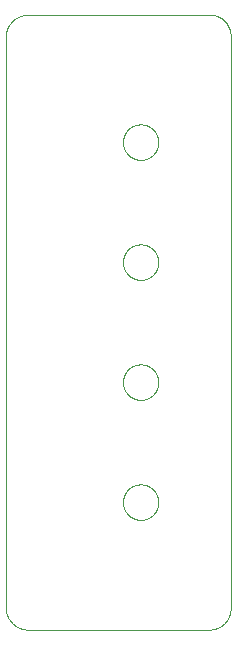
<source format=gbp>
G75*
%MOIN*%
%OFA0B0*%
%FSLAX25Y25*%
%IPPOS*%
%LPD*%
%AMOC8*
5,1,8,0,0,1.08239X$1,22.5*
%
%ADD10C,0.00000*%
D10*
X0001500Y0009000D02*
X0001500Y0199000D01*
X0001502Y0199180D01*
X0001509Y0199360D01*
X0001520Y0199540D01*
X0001535Y0199720D01*
X0001554Y0199899D01*
X0001578Y0200078D01*
X0001606Y0200256D01*
X0001639Y0200433D01*
X0001676Y0200610D01*
X0001717Y0200786D01*
X0001762Y0200960D01*
X0001812Y0201133D01*
X0001865Y0201306D01*
X0001923Y0201476D01*
X0001985Y0201646D01*
X0002051Y0201814D01*
X0002121Y0201980D01*
X0002195Y0202144D01*
X0002273Y0202307D01*
X0002355Y0202467D01*
X0002440Y0202626D01*
X0002530Y0202782D01*
X0002623Y0202937D01*
X0002720Y0203089D01*
X0002821Y0203238D01*
X0002925Y0203385D01*
X0003033Y0203530D01*
X0003144Y0203672D01*
X0003258Y0203811D01*
X0003376Y0203948D01*
X0003498Y0204081D01*
X0003622Y0204212D01*
X0003749Y0204339D01*
X0003880Y0204463D01*
X0004013Y0204585D01*
X0004150Y0204703D01*
X0004289Y0204817D01*
X0004431Y0204928D01*
X0004576Y0205036D01*
X0004723Y0205140D01*
X0004872Y0205241D01*
X0005024Y0205338D01*
X0005179Y0205431D01*
X0005335Y0205521D01*
X0005494Y0205606D01*
X0005654Y0205688D01*
X0005817Y0205766D01*
X0005981Y0205840D01*
X0006147Y0205910D01*
X0006315Y0205976D01*
X0006485Y0206038D01*
X0006655Y0206096D01*
X0006828Y0206149D01*
X0007001Y0206199D01*
X0007175Y0206244D01*
X0007351Y0206285D01*
X0007528Y0206322D01*
X0007705Y0206355D01*
X0007883Y0206383D01*
X0008062Y0206407D01*
X0008241Y0206426D01*
X0008421Y0206441D01*
X0008601Y0206452D01*
X0008781Y0206459D01*
X0008961Y0206461D01*
X0069457Y0206461D01*
X0069457Y0206460D02*
X0069627Y0206458D01*
X0069797Y0206452D01*
X0069967Y0206441D01*
X0070137Y0206427D01*
X0070306Y0206409D01*
X0070475Y0206386D01*
X0070643Y0206359D01*
X0070810Y0206329D01*
X0070977Y0206294D01*
X0071143Y0206255D01*
X0071307Y0206213D01*
X0071471Y0206166D01*
X0071633Y0206115D01*
X0071795Y0206061D01*
X0071954Y0206002D01*
X0072113Y0205940D01*
X0072270Y0205874D01*
X0072425Y0205804D01*
X0072578Y0205731D01*
X0072730Y0205653D01*
X0072880Y0205572D01*
X0073028Y0205488D01*
X0073173Y0205400D01*
X0073317Y0205308D01*
X0073458Y0205213D01*
X0073597Y0205115D01*
X0073733Y0205013D01*
X0073867Y0204908D01*
X0073999Y0204800D01*
X0074127Y0204689D01*
X0074253Y0204574D01*
X0074377Y0204457D01*
X0074497Y0204337D01*
X0074614Y0204213D01*
X0074729Y0204087D01*
X0074840Y0203959D01*
X0074948Y0203827D01*
X0075053Y0203693D01*
X0075155Y0203557D01*
X0075253Y0203418D01*
X0075348Y0203277D01*
X0075440Y0203133D01*
X0075528Y0202988D01*
X0075612Y0202840D01*
X0075693Y0202690D01*
X0075771Y0202538D01*
X0075844Y0202385D01*
X0075914Y0202230D01*
X0075980Y0202073D01*
X0076042Y0201914D01*
X0076101Y0201755D01*
X0076155Y0201593D01*
X0076206Y0201431D01*
X0076253Y0201267D01*
X0076295Y0201103D01*
X0076334Y0200937D01*
X0076369Y0200770D01*
X0076399Y0200603D01*
X0076426Y0200435D01*
X0076449Y0200266D01*
X0076467Y0200097D01*
X0076481Y0199927D01*
X0076492Y0199757D01*
X0076498Y0199587D01*
X0076500Y0199417D01*
X0076500Y0008571D01*
X0076498Y0008400D01*
X0076492Y0008229D01*
X0076481Y0008059D01*
X0076467Y0007889D01*
X0076448Y0007719D01*
X0076426Y0007549D01*
X0076399Y0007381D01*
X0076368Y0007212D01*
X0076333Y0007045D01*
X0076295Y0006879D01*
X0076252Y0006713D01*
X0076205Y0006549D01*
X0076154Y0006386D01*
X0076099Y0006224D01*
X0076040Y0006064D01*
X0075978Y0005905D01*
X0075912Y0005747D01*
X0075842Y0005591D01*
X0075768Y0005437D01*
X0075690Y0005285D01*
X0075609Y0005135D01*
X0075524Y0004986D01*
X0075436Y0004840D01*
X0075344Y0004696D01*
X0075248Y0004554D01*
X0075150Y0004415D01*
X0075047Y0004278D01*
X0074942Y0004143D01*
X0074833Y0004011D01*
X0074722Y0003882D01*
X0074607Y0003756D01*
X0074489Y0003632D01*
X0074368Y0003511D01*
X0074244Y0003393D01*
X0074118Y0003278D01*
X0073989Y0003167D01*
X0073857Y0003058D01*
X0073722Y0002953D01*
X0073585Y0002850D01*
X0073446Y0002752D01*
X0073304Y0002656D01*
X0073160Y0002564D01*
X0073014Y0002476D01*
X0072865Y0002391D01*
X0072715Y0002310D01*
X0072563Y0002232D01*
X0072409Y0002158D01*
X0072253Y0002088D01*
X0072095Y0002022D01*
X0071936Y0001960D01*
X0071776Y0001901D01*
X0071614Y0001846D01*
X0071451Y0001795D01*
X0071287Y0001748D01*
X0071121Y0001705D01*
X0070955Y0001667D01*
X0070788Y0001632D01*
X0070619Y0001601D01*
X0070451Y0001574D01*
X0070281Y0001552D01*
X0070111Y0001533D01*
X0069941Y0001519D01*
X0069771Y0001508D01*
X0069600Y0001502D01*
X0069429Y0001500D01*
X0009000Y0001500D01*
X0008819Y0001502D01*
X0008638Y0001509D01*
X0008457Y0001520D01*
X0008276Y0001535D01*
X0008096Y0001555D01*
X0007916Y0001579D01*
X0007737Y0001607D01*
X0007559Y0001640D01*
X0007382Y0001677D01*
X0007205Y0001718D01*
X0007030Y0001763D01*
X0006855Y0001813D01*
X0006682Y0001867D01*
X0006511Y0001925D01*
X0006340Y0001987D01*
X0006172Y0002054D01*
X0006005Y0002124D01*
X0005839Y0002198D01*
X0005676Y0002277D01*
X0005515Y0002359D01*
X0005355Y0002445D01*
X0005198Y0002535D01*
X0005043Y0002629D01*
X0004890Y0002726D01*
X0004740Y0002828D01*
X0004592Y0002932D01*
X0004446Y0003041D01*
X0004304Y0003152D01*
X0004164Y0003268D01*
X0004027Y0003386D01*
X0003892Y0003508D01*
X0003761Y0003633D01*
X0003633Y0003761D01*
X0003508Y0003892D01*
X0003386Y0004027D01*
X0003268Y0004164D01*
X0003152Y0004304D01*
X0003041Y0004446D01*
X0002932Y0004592D01*
X0002828Y0004740D01*
X0002726Y0004890D01*
X0002629Y0005043D01*
X0002535Y0005198D01*
X0002445Y0005355D01*
X0002359Y0005515D01*
X0002277Y0005676D01*
X0002198Y0005839D01*
X0002124Y0006005D01*
X0002054Y0006172D01*
X0001987Y0006340D01*
X0001925Y0006511D01*
X0001867Y0006682D01*
X0001813Y0006855D01*
X0001763Y0007030D01*
X0001718Y0007205D01*
X0001677Y0007382D01*
X0001640Y0007559D01*
X0001607Y0007737D01*
X0001579Y0007916D01*
X0001555Y0008096D01*
X0001535Y0008276D01*
X0001520Y0008457D01*
X0001509Y0008638D01*
X0001502Y0008819D01*
X0001500Y0009000D01*
X0040594Y0044000D02*
X0040596Y0044153D01*
X0040602Y0044307D01*
X0040612Y0044460D01*
X0040626Y0044612D01*
X0040644Y0044765D01*
X0040666Y0044916D01*
X0040691Y0045067D01*
X0040721Y0045218D01*
X0040755Y0045368D01*
X0040792Y0045516D01*
X0040833Y0045664D01*
X0040878Y0045810D01*
X0040927Y0045956D01*
X0040980Y0046100D01*
X0041036Y0046242D01*
X0041096Y0046383D01*
X0041160Y0046523D01*
X0041227Y0046661D01*
X0041298Y0046797D01*
X0041373Y0046931D01*
X0041450Y0047063D01*
X0041532Y0047193D01*
X0041616Y0047321D01*
X0041704Y0047447D01*
X0041795Y0047570D01*
X0041889Y0047691D01*
X0041987Y0047809D01*
X0042087Y0047925D01*
X0042191Y0048038D01*
X0042297Y0048149D01*
X0042406Y0048257D01*
X0042518Y0048362D01*
X0042632Y0048463D01*
X0042750Y0048562D01*
X0042869Y0048658D01*
X0042991Y0048751D01*
X0043116Y0048840D01*
X0043243Y0048927D01*
X0043372Y0049009D01*
X0043503Y0049089D01*
X0043636Y0049165D01*
X0043771Y0049238D01*
X0043908Y0049307D01*
X0044047Y0049372D01*
X0044187Y0049434D01*
X0044329Y0049492D01*
X0044472Y0049547D01*
X0044617Y0049598D01*
X0044763Y0049645D01*
X0044910Y0049688D01*
X0045058Y0049727D01*
X0045207Y0049763D01*
X0045357Y0049794D01*
X0045508Y0049822D01*
X0045659Y0049846D01*
X0045812Y0049866D01*
X0045964Y0049882D01*
X0046117Y0049894D01*
X0046270Y0049902D01*
X0046423Y0049906D01*
X0046577Y0049906D01*
X0046730Y0049902D01*
X0046883Y0049894D01*
X0047036Y0049882D01*
X0047188Y0049866D01*
X0047341Y0049846D01*
X0047492Y0049822D01*
X0047643Y0049794D01*
X0047793Y0049763D01*
X0047942Y0049727D01*
X0048090Y0049688D01*
X0048237Y0049645D01*
X0048383Y0049598D01*
X0048528Y0049547D01*
X0048671Y0049492D01*
X0048813Y0049434D01*
X0048953Y0049372D01*
X0049092Y0049307D01*
X0049229Y0049238D01*
X0049364Y0049165D01*
X0049497Y0049089D01*
X0049628Y0049009D01*
X0049757Y0048927D01*
X0049884Y0048840D01*
X0050009Y0048751D01*
X0050131Y0048658D01*
X0050250Y0048562D01*
X0050368Y0048463D01*
X0050482Y0048362D01*
X0050594Y0048257D01*
X0050703Y0048149D01*
X0050809Y0048038D01*
X0050913Y0047925D01*
X0051013Y0047809D01*
X0051111Y0047691D01*
X0051205Y0047570D01*
X0051296Y0047447D01*
X0051384Y0047321D01*
X0051468Y0047193D01*
X0051550Y0047063D01*
X0051627Y0046931D01*
X0051702Y0046797D01*
X0051773Y0046661D01*
X0051840Y0046523D01*
X0051904Y0046383D01*
X0051964Y0046242D01*
X0052020Y0046100D01*
X0052073Y0045956D01*
X0052122Y0045810D01*
X0052167Y0045664D01*
X0052208Y0045516D01*
X0052245Y0045368D01*
X0052279Y0045218D01*
X0052309Y0045067D01*
X0052334Y0044916D01*
X0052356Y0044765D01*
X0052374Y0044612D01*
X0052388Y0044460D01*
X0052398Y0044307D01*
X0052404Y0044153D01*
X0052406Y0044000D01*
X0052404Y0043847D01*
X0052398Y0043693D01*
X0052388Y0043540D01*
X0052374Y0043388D01*
X0052356Y0043235D01*
X0052334Y0043084D01*
X0052309Y0042933D01*
X0052279Y0042782D01*
X0052245Y0042632D01*
X0052208Y0042484D01*
X0052167Y0042336D01*
X0052122Y0042190D01*
X0052073Y0042044D01*
X0052020Y0041900D01*
X0051964Y0041758D01*
X0051904Y0041617D01*
X0051840Y0041477D01*
X0051773Y0041339D01*
X0051702Y0041203D01*
X0051627Y0041069D01*
X0051550Y0040937D01*
X0051468Y0040807D01*
X0051384Y0040679D01*
X0051296Y0040553D01*
X0051205Y0040430D01*
X0051111Y0040309D01*
X0051013Y0040191D01*
X0050913Y0040075D01*
X0050809Y0039962D01*
X0050703Y0039851D01*
X0050594Y0039743D01*
X0050482Y0039638D01*
X0050368Y0039537D01*
X0050250Y0039438D01*
X0050131Y0039342D01*
X0050009Y0039249D01*
X0049884Y0039160D01*
X0049757Y0039073D01*
X0049628Y0038991D01*
X0049497Y0038911D01*
X0049364Y0038835D01*
X0049229Y0038762D01*
X0049092Y0038693D01*
X0048953Y0038628D01*
X0048813Y0038566D01*
X0048671Y0038508D01*
X0048528Y0038453D01*
X0048383Y0038402D01*
X0048237Y0038355D01*
X0048090Y0038312D01*
X0047942Y0038273D01*
X0047793Y0038237D01*
X0047643Y0038206D01*
X0047492Y0038178D01*
X0047341Y0038154D01*
X0047188Y0038134D01*
X0047036Y0038118D01*
X0046883Y0038106D01*
X0046730Y0038098D01*
X0046577Y0038094D01*
X0046423Y0038094D01*
X0046270Y0038098D01*
X0046117Y0038106D01*
X0045964Y0038118D01*
X0045812Y0038134D01*
X0045659Y0038154D01*
X0045508Y0038178D01*
X0045357Y0038206D01*
X0045207Y0038237D01*
X0045058Y0038273D01*
X0044910Y0038312D01*
X0044763Y0038355D01*
X0044617Y0038402D01*
X0044472Y0038453D01*
X0044329Y0038508D01*
X0044187Y0038566D01*
X0044047Y0038628D01*
X0043908Y0038693D01*
X0043771Y0038762D01*
X0043636Y0038835D01*
X0043503Y0038911D01*
X0043372Y0038991D01*
X0043243Y0039073D01*
X0043116Y0039160D01*
X0042991Y0039249D01*
X0042869Y0039342D01*
X0042750Y0039438D01*
X0042632Y0039537D01*
X0042518Y0039638D01*
X0042406Y0039743D01*
X0042297Y0039851D01*
X0042191Y0039962D01*
X0042087Y0040075D01*
X0041987Y0040191D01*
X0041889Y0040309D01*
X0041795Y0040430D01*
X0041704Y0040553D01*
X0041616Y0040679D01*
X0041532Y0040807D01*
X0041450Y0040937D01*
X0041373Y0041069D01*
X0041298Y0041203D01*
X0041227Y0041339D01*
X0041160Y0041477D01*
X0041096Y0041617D01*
X0041036Y0041758D01*
X0040980Y0041900D01*
X0040927Y0042044D01*
X0040878Y0042190D01*
X0040833Y0042336D01*
X0040792Y0042484D01*
X0040755Y0042632D01*
X0040721Y0042782D01*
X0040691Y0042933D01*
X0040666Y0043084D01*
X0040644Y0043235D01*
X0040626Y0043388D01*
X0040612Y0043540D01*
X0040602Y0043693D01*
X0040596Y0043847D01*
X0040594Y0044000D01*
X0040594Y0084000D02*
X0040596Y0084153D01*
X0040602Y0084307D01*
X0040612Y0084460D01*
X0040626Y0084612D01*
X0040644Y0084765D01*
X0040666Y0084916D01*
X0040691Y0085067D01*
X0040721Y0085218D01*
X0040755Y0085368D01*
X0040792Y0085516D01*
X0040833Y0085664D01*
X0040878Y0085810D01*
X0040927Y0085956D01*
X0040980Y0086100D01*
X0041036Y0086242D01*
X0041096Y0086383D01*
X0041160Y0086523D01*
X0041227Y0086661D01*
X0041298Y0086797D01*
X0041373Y0086931D01*
X0041450Y0087063D01*
X0041532Y0087193D01*
X0041616Y0087321D01*
X0041704Y0087447D01*
X0041795Y0087570D01*
X0041889Y0087691D01*
X0041987Y0087809D01*
X0042087Y0087925D01*
X0042191Y0088038D01*
X0042297Y0088149D01*
X0042406Y0088257D01*
X0042518Y0088362D01*
X0042632Y0088463D01*
X0042750Y0088562D01*
X0042869Y0088658D01*
X0042991Y0088751D01*
X0043116Y0088840D01*
X0043243Y0088927D01*
X0043372Y0089009D01*
X0043503Y0089089D01*
X0043636Y0089165D01*
X0043771Y0089238D01*
X0043908Y0089307D01*
X0044047Y0089372D01*
X0044187Y0089434D01*
X0044329Y0089492D01*
X0044472Y0089547D01*
X0044617Y0089598D01*
X0044763Y0089645D01*
X0044910Y0089688D01*
X0045058Y0089727D01*
X0045207Y0089763D01*
X0045357Y0089794D01*
X0045508Y0089822D01*
X0045659Y0089846D01*
X0045812Y0089866D01*
X0045964Y0089882D01*
X0046117Y0089894D01*
X0046270Y0089902D01*
X0046423Y0089906D01*
X0046577Y0089906D01*
X0046730Y0089902D01*
X0046883Y0089894D01*
X0047036Y0089882D01*
X0047188Y0089866D01*
X0047341Y0089846D01*
X0047492Y0089822D01*
X0047643Y0089794D01*
X0047793Y0089763D01*
X0047942Y0089727D01*
X0048090Y0089688D01*
X0048237Y0089645D01*
X0048383Y0089598D01*
X0048528Y0089547D01*
X0048671Y0089492D01*
X0048813Y0089434D01*
X0048953Y0089372D01*
X0049092Y0089307D01*
X0049229Y0089238D01*
X0049364Y0089165D01*
X0049497Y0089089D01*
X0049628Y0089009D01*
X0049757Y0088927D01*
X0049884Y0088840D01*
X0050009Y0088751D01*
X0050131Y0088658D01*
X0050250Y0088562D01*
X0050368Y0088463D01*
X0050482Y0088362D01*
X0050594Y0088257D01*
X0050703Y0088149D01*
X0050809Y0088038D01*
X0050913Y0087925D01*
X0051013Y0087809D01*
X0051111Y0087691D01*
X0051205Y0087570D01*
X0051296Y0087447D01*
X0051384Y0087321D01*
X0051468Y0087193D01*
X0051550Y0087063D01*
X0051627Y0086931D01*
X0051702Y0086797D01*
X0051773Y0086661D01*
X0051840Y0086523D01*
X0051904Y0086383D01*
X0051964Y0086242D01*
X0052020Y0086100D01*
X0052073Y0085956D01*
X0052122Y0085810D01*
X0052167Y0085664D01*
X0052208Y0085516D01*
X0052245Y0085368D01*
X0052279Y0085218D01*
X0052309Y0085067D01*
X0052334Y0084916D01*
X0052356Y0084765D01*
X0052374Y0084612D01*
X0052388Y0084460D01*
X0052398Y0084307D01*
X0052404Y0084153D01*
X0052406Y0084000D01*
X0052404Y0083847D01*
X0052398Y0083693D01*
X0052388Y0083540D01*
X0052374Y0083388D01*
X0052356Y0083235D01*
X0052334Y0083084D01*
X0052309Y0082933D01*
X0052279Y0082782D01*
X0052245Y0082632D01*
X0052208Y0082484D01*
X0052167Y0082336D01*
X0052122Y0082190D01*
X0052073Y0082044D01*
X0052020Y0081900D01*
X0051964Y0081758D01*
X0051904Y0081617D01*
X0051840Y0081477D01*
X0051773Y0081339D01*
X0051702Y0081203D01*
X0051627Y0081069D01*
X0051550Y0080937D01*
X0051468Y0080807D01*
X0051384Y0080679D01*
X0051296Y0080553D01*
X0051205Y0080430D01*
X0051111Y0080309D01*
X0051013Y0080191D01*
X0050913Y0080075D01*
X0050809Y0079962D01*
X0050703Y0079851D01*
X0050594Y0079743D01*
X0050482Y0079638D01*
X0050368Y0079537D01*
X0050250Y0079438D01*
X0050131Y0079342D01*
X0050009Y0079249D01*
X0049884Y0079160D01*
X0049757Y0079073D01*
X0049628Y0078991D01*
X0049497Y0078911D01*
X0049364Y0078835D01*
X0049229Y0078762D01*
X0049092Y0078693D01*
X0048953Y0078628D01*
X0048813Y0078566D01*
X0048671Y0078508D01*
X0048528Y0078453D01*
X0048383Y0078402D01*
X0048237Y0078355D01*
X0048090Y0078312D01*
X0047942Y0078273D01*
X0047793Y0078237D01*
X0047643Y0078206D01*
X0047492Y0078178D01*
X0047341Y0078154D01*
X0047188Y0078134D01*
X0047036Y0078118D01*
X0046883Y0078106D01*
X0046730Y0078098D01*
X0046577Y0078094D01*
X0046423Y0078094D01*
X0046270Y0078098D01*
X0046117Y0078106D01*
X0045964Y0078118D01*
X0045812Y0078134D01*
X0045659Y0078154D01*
X0045508Y0078178D01*
X0045357Y0078206D01*
X0045207Y0078237D01*
X0045058Y0078273D01*
X0044910Y0078312D01*
X0044763Y0078355D01*
X0044617Y0078402D01*
X0044472Y0078453D01*
X0044329Y0078508D01*
X0044187Y0078566D01*
X0044047Y0078628D01*
X0043908Y0078693D01*
X0043771Y0078762D01*
X0043636Y0078835D01*
X0043503Y0078911D01*
X0043372Y0078991D01*
X0043243Y0079073D01*
X0043116Y0079160D01*
X0042991Y0079249D01*
X0042869Y0079342D01*
X0042750Y0079438D01*
X0042632Y0079537D01*
X0042518Y0079638D01*
X0042406Y0079743D01*
X0042297Y0079851D01*
X0042191Y0079962D01*
X0042087Y0080075D01*
X0041987Y0080191D01*
X0041889Y0080309D01*
X0041795Y0080430D01*
X0041704Y0080553D01*
X0041616Y0080679D01*
X0041532Y0080807D01*
X0041450Y0080937D01*
X0041373Y0081069D01*
X0041298Y0081203D01*
X0041227Y0081339D01*
X0041160Y0081477D01*
X0041096Y0081617D01*
X0041036Y0081758D01*
X0040980Y0081900D01*
X0040927Y0082044D01*
X0040878Y0082190D01*
X0040833Y0082336D01*
X0040792Y0082484D01*
X0040755Y0082632D01*
X0040721Y0082782D01*
X0040691Y0082933D01*
X0040666Y0083084D01*
X0040644Y0083235D01*
X0040626Y0083388D01*
X0040612Y0083540D01*
X0040602Y0083693D01*
X0040596Y0083847D01*
X0040594Y0084000D01*
X0040594Y0124000D02*
X0040596Y0124153D01*
X0040602Y0124307D01*
X0040612Y0124460D01*
X0040626Y0124612D01*
X0040644Y0124765D01*
X0040666Y0124916D01*
X0040691Y0125067D01*
X0040721Y0125218D01*
X0040755Y0125368D01*
X0040792Y0125516D01*
X0040833Y0125664D01*
X0040878Y0125810D01*
X0040927Y0125956D01*
X0040980Y0126100D01*
X0041036Y0126242D01*
X0041096Y0126383D01*
X0041160Y0126523D01*
X0041227Y0126661D01*
X0041298Y0126797D01*
X0041373Y0126931D01*
X0041450Y0127063D01*
X0041532Y0127193D01*
X0041616Y0127321D01*
X0041704Y0127447D01*
X0041795Y0127570D01*
X0041889Y0127691D01*
X0041987Y0127809D01*
X0042087Y0127925D01*
X0042191Y0128038D01*
X0042297Y0128149D01*
X0042406Y0128257D01*
X0042518Y0128362D01*
X0042632Y0128463D01*
X0042750Y0128562D01*
X0042869Y0128658D01*
X0042991Y0128751D01*
X0043116Y0128840D01*
X0043243Y0128927D01*
X0043372Y0129009D01*
X0043503Y0129089D01*
X0043636Y0129165D01*
X0043771Y0129238D01*
X0043908Y0129307D01*
X0044047Y0129372D01*
X0044187Y0129434D01*
X0044329Y0129492D01*
X0044472Y0129547D01*
X0044617Y0129598D01*
X0044763Y0129645D01*
X0044910Y0129688D01*
X0045058Y0129727D01*
X0045207Y0129763D01*
X0045357Y0129794D01*
X0045508Y0129822D01*
X0045659Y0129846D01*
X0045812Y0129866D01*
X0045964Y0129882D01*
X0046117Y0129894D01*
X0046270Y0129902D01*
X0046423Y0129906D01*
X0046577Y0129906D01*
X0046730Y0129902D01*
X0046883Y0129894D01*
X0047036Y0129882D01*
X0047188Y0129866D01*
X0047341Y0129846D01*
X0047492Y0129822D01*
X0047643Y0129794D01*
X0047793Y0129763D01*
X0047942Y0129727D01*
X0048090Y0129688D01*
X0048237Y0129645D01*
X0048383Y0129598D01*
X0048528Y0129547D01*
X0048671Y0129492D01*
X0048813Y0129434D01*
X0048953Y0129372D01*
X0049092Y0129307D01*
X0049229Y0129238D01*
X0049364Y0129165D01*
X0049497Y0129089D01*
X0049628Y0129009D01*
X0049757Y0128927D01*
X0049884Y0128840D01*
X0050009Y0128751D01*
X0050131Y0128658D01*
X0050250Y0128562D01*
X0050368Y0128463D01*
X0050482Y0128362D01*
X0050594Y0128257D01*
X0050703Y0128149D01*
X0050809Y0128038D01*
X0050913Y0127925D01*
X0051013Y0127809D01*
X0051111Y0127691D01*
X0051205Y0127570D01*
X0051296Y0127447D01*
X0051384Y0127321D01*
X0051468Y0127193D01*
X0051550Y0127063D01*
X0051627Y0126931D01*
X0051702Y0126797D01*
X0051773Y0126661D01*
X0051840Y0126523D01*
X0051904Y0126383D01*
X0051964Y0126242D01*
X0052020Y0126100D01*
X0052073Y0125956D01*
X0052122Y0125810D01*
X0052167Y0125664D01*
X0052208Y0125516D01*
X0052245Y0125368D01*
X0052279Y0125218D01*
X0052309Y0125067D01*
X0052334Y0124916D01*
X0052356Y0124765D01*
X0052374Y0124612D01*
X0052388Y0124460D01*
X0052398Y0124307D01*
X0052404Y0124153D01*
X0052406Y0124000D01*
X0052404Y0123847D01*
X0052398Y0123693D01*
X0052388Y0123540D01*
X0052374Y0123388D01*
X0052356Y0123235D01*
X0052334Y0123084D01*
X0052309Y0122933D01*
X0052279Y0122782D01*
X0052245Y0122632D01*
X0052208Y0122484D01*
X0052167Y0122336D01*
X0052122Y0122190D01*
X0052073Y0122044D01*
X0052020Y0121900D01*
X0051964Y0121758D01*
X0051904Y0121617D01*
X0051840Y0121477D01*
X0051773Y0121339D01*
X0051702Y0121203D01*
X0051627Y0121069D01*
X0051550Y0120937D01*
X0051468Y0120807D01*
X0051384Y0120679D01*
X0051296Y0120553D01*
X0051205Y0120430D01*
X0051111Y0120309D01*
X0051013Y0120191D01*
X0050913Y0120075D01*
X0050809Y0119962D01*
X0050703Y0119851D01*
X0050594Y0119743D01*
X0050482Y0119638D01*
X0050368Y0119537D01*
X0050250Y0119438D01*
X0050131Y0119342D01*
X0050009Y0119249D01*
X0049884Y0119160D01*
X0049757Y0119073D01*
X0049628Y0118991D01*
X0049497Y0118911D01*
X0049364Y0118835D01*
X0049229Y0118762D01*
X0049092Y0118693D01*
X0048953Y0118628D01*
X0048813Y0118566D01*
X0048671Y0118508D01*
X0048528Y0118453D01*
X0048383Y0118402D01*
X0048237Y0118355D01*
X0048090Y0118312D01*
X0047942Y0118273D01*
X0047793Y0118237D01*
X0047643Y0118206D01*
X0047492Y0118178D01*
X0047341Y0118154D01*
X0047188Y0118134D01*
X0047036Y0118118D01*
X0046883Y0118106D01*
X0046730Y0118098D01*
X0046577Y0118094D01*
X0046423Y0118094D01*
X0046270Y0118098D01*
X0046117Y0118106D01*
X0045964Y0118118D01*
X0045812Y0118134D01*
X0045659Y0118154D01*
X0045508Y0118178D01*
X0045357Y0118206D01*
X0045207Y0118237D01*
X0045058Y0118273D01*
X0044910Y0118312D01*
X0044763Y0118355D01*
X0044617Y0118402D01*
X0044472Y0118453D01*
X0044329Y0118508D01*
X0044187Y0118566D01*
X0044047Y0118628D01*
X0043908Y0118693D01*
X0043771Y0118762D01*
X0043636Y0118835D01*
X0043503Y0118911D01*
X0043372Y0118991D01*
X0043243Y0119073D01*
X0043116Y0119160D01*
X0042991Y0119249D01*
X0042869Y0119342D01*
X0042750Y0119438D01*
X0042632Y0119537D01*
X0042518Y0119638D01*
X0042406Y0119743D01*
X0042297Y0119851D01*
X0042191Y0119962D01*
X0042087Y0120075D01*
X0041987Y0120191D01*
X0041889Y0120309D01*
X0041795Y0120430D01*
X0041704Y0120553D01*
X0041616Y0120679D01*
X0041532Y0120807D01*
X0041450Y0120937D01*
X0041373Y0121069D01*
X0041298Y0121203D01*
X0041227Y0121339D01*
X0041160Y0121477D01*
X0041096Y0121617D01*
X0041036Y0121758D01*
X0040980Y0121900D01*
X0040927Y0122044D01*
X0040878Y0122190D01*
X0040833Y0122336D01*
X0040792Y0122484D01*
X0040755Y0122632D01*
X0040721Y0122782D01*
X0040691Y0122933D01*
X0040666Y0123084D01*
X0040644Y0123235D01*
X0040626Y0123388D01*
X0040612Y0123540D01*
X0040602Y0123693D01*
X0040596Y0123847D01*
X0040594Y0124000D01*
X0040594Y0164000D02*
X0040596Y0164153D01*
X0040602Y0164307D01*
X0040612Y0164460D01*
X0040626Y0164612D01*
X0040644Y0164765D01*
X0040666Y0164916D01*
X0040691Y0165067D01*
X0040721Y0165218D01*
X0040755Y0165368D01*
X0040792Y0165516D01*
X0040833Y0165664D01*
X0040878Y0165810D01*
X0040927Y0165956D01*
X0040980Y0166100D01*
X0041036Y0166242D01*
X0041096Y0166383D01*
X0041160Y0166523D01*
X0041227Y0166661D01*
X0041298Y0166797D01*
X0041373Y0166931D01*
X0041450Y0167063D01*
X0041532Y0167193D01*
X0041616Y0167321D01*
X0041704Y0167447D01*
X0041795Y0167570D01*
X0041889Y0167691D01*
X0041987Y0167809D01*
X0042087Y0167925D01*
X0042191Y0168038D01*
X0042297Y0168149D01*
X0042406Y0168257D01*
X0042518Y0168362D01*
X0042632Y0168463D01*
X0042750Y0168562D01*
X0042869Y0168658D01*
X0042991Y0168751D01*
X0043116Y0168840D01*
X0043243Y0168927D01*
X0043372Y0169009D01*
X0043503Y0169089D01*
X0043636Y0169165D01*
X0043771Y0169238D01*
X0043908Y0169307D01*
X0044047Y0169372D01*
X0044187Y0169434D01*
X0044329Y0169492D01*
X0044472Y0169547D01*
X0044617Y0169598D01*
X0044763Y0169645D01*
X0044910Y0169688D01*
X0045058Y0169727D01*
X0045207Y0169763D01*
X0045357Y0169794D01*
X0045508Y0169822D01*
X0045659Y0169846D01*
X0045812Y0169866D01*
X0045964Y0169882D01*
X0046117Y0169894D01*
X0046270Y0169902D01*
X0046423Y0169906D01*
X0046577Y0169906D01*
X0046730Y0169902D01*
X0046883Y0169894D01*
X0047036Y0169882D01*
X0047188Y0169866D01*
X0047341Y0169846D01*
X0047492Y0169822D01*
X0047643Y0169794D01*
X0047793Y0169763D01*
X0047942Y0169727D01*
X0048090Y0169688D01*
X0048237Y0169645D01*
X0048383Y0169598D01*
X0048528Y0169547D01*
X0048671Y0169492D01*
X0048813Y0169434D01*
X0048953Y0169372D01*
X0049092Y0169307D01*
X0049229Y0169238D01*
X0049364Y0169165D01*
X0049497Y0169089D01*
X0049628Y0169009D01*
X0049757Y0168927D01*
X0049884Y0168840D01*
X0050009Y0168751D01*
X0050131Y0168658D01*
X0050250Y0168562D01*
X0050368Y0168463D01*
X0050482Y0168362D01*
X0050594Y0168257D01*
X0050703Y0168149D01*
X0050809Y0168038D01*
X0050913Y0167925D01*
X0051013Y0167809D01*
X0051111Y0167691D01*
X0051205Y0167570D01*
X0051296Y0167447D01*
X0051384Y0167321D01*
X0051468Y0167193D01*
X0051550Y0167063D01*
X0051627Y0166931D01*
X0051702Y0166797D01*
X0051773Y0166661D01*
X0051840Y0166523D01*
X0051904Y0166383D01*
X0051964Y0166242D01*
X0052020Y0166100D01*
X0052073Y0165956D01*
X0052122Y0165810D01*
X0052167Y0165664D01*
X0052208Y0165516D01*
X0052245Y0165368D01*
X0052279Y0165218D01*
X0052309Y0165067D01*
X0052334Y0164916D01*
X0052356Y0164765D01*
X0052374Y0164612D01*
X0052388Y0164460D01*
X0052398Y0164307D01*
X0052404Y0164153D01*
X0052406Y0164000D01*
X0052404Y0163847D01*
X0052398Y0163693D01*
X0052388Y0163540D01*
X0052374Y0163388D01*
X0052356Y0163235D01*
X0052334Y0163084D01*
X0052309Y0162933D01*
X0052279Y0162782D01*
X0052245Y0162632D01*
X0052208Y0162484D01*
X0052167Y0162336D01*
X0052122Y0162190D01*
X0052073Y0162044D01*
X0052020Y0161900D01*
X0051964Y0161758D01*
X0051904Y0161617D01*
X0051840Y0161477D01*
X0051773Y0161339D01*
X0051702Y0161203D01*
X0051627Y0161069D01*
X0051550Y0160937D01*
X0051468Y0160807D01*
X0051384Y0160679D01*
X0051296Y0160553D01*
X0051205Y0160430D01*
X0051111Y0160309D01*
X0051013Y0160191D01*
X0050913Y0160075D01*
X0050809Y0159962D01*
X0050703Y0159851D01*
X0050594Y0159743D01*
X0050482Y0159638D01*
X0050368Y0159537D01*
X0050250Y0159438D01*
X0050131Y0159342D01*
X0050009Y0159249D01*
X0049884Y0159160D01*
X0049757Y0159073D01*
X0049628Y0158991D01*
X0049497Y0158911D01*
X0049364Y0158835D01*
X0049229Y0158762D01*
X0049092Y0158693D01*
X0048953Y0158628D01*
X0048813Y0158566D01*
X0048671Y0158508D01*
X0048528Y0158453D01*
X0048383Y0158402D01*
X0048237Y0158355D01*
X0048090Y0158312D01*
X0047942Y0158273D01*
X0047793Y0158237D01*
X0047643Y0158206D01*
X0047492Y0158178D01*
X0047341Y0158154D01*
X0047188Y0158134D01*
X0047036Y0158118D01*
X0046883Y0158106D01*
X0046730Y0158098D01*
X0046577Y0158094D01*
X0046423Y0158094D01*
X0046270Y0158098D01*
X0046117Y0158106D01*
X0045964Y0158118D01*
X0045812Y0158134D01*
X0045659Y0158154D01*
X0045508Y0158178D01*
X0045357Y0158206D01*
X0045207Y0158237D01*
X0045058Y0158273D01*
X0044910Y0158312D01*
X0044763Y0158355D01*
X0044617Y0158402D01*
X0044472Y0158453D01*
X0044329Y0158508D01*
X0044187Y0158566D01*
X0044047Y0158628D01*
X0043908Y0158693D01*
X0043771Y0158762D01*
X0043636Y0158835D01*
X0043503Y0158911D01*
X0043372Y0158991D01*
X0043243Y0159073D01*
X0043116Y0159160D01*
X0042991Y0159249D01*
X0042869Y0159342D01*
X0042750Y0159438D01*
X0042632Y0159537D01*
X0042518Y0159638D01*
X0042406Y0159743D01*
X0042297Y0159851D01*
X0042191Y0159962D01*
X0042087Y0160075D01*
X0041987Y0160191D01*
X0041889Y0160309D01*
X0041795Y0160430D01*
X0041704Y0160553D01*
X0041616Y0160679D01*
X0041532Y0160807D01*
X0041450Y0160937D01*
X0041373Y0161069D01*
X0041298Y0161203D01*
X0041227Y0161339D01*
X0041160Y0161477D01*
X0041096Y0161617D01*
X0041036Y0161758D01*
X0040980Y0161900D01*
X0040927Y0162044D01*
X0040878Y0162190D01*
X0040833Y0162336D01*
X0040792Y0162484D01*
X0040755Y0162632D01*
X0040721Y0162782D01*
X0040691Y0162933D01*
X0040666Y0163084D01*
X0040644Y0163235D01*
X0040626Y0163388D01*
X0040612Y0163540D01*
X0040602Y0163693D01*
X0040596Y0163847D01*
X0040594Y0164000D01*
M02*

</source>
